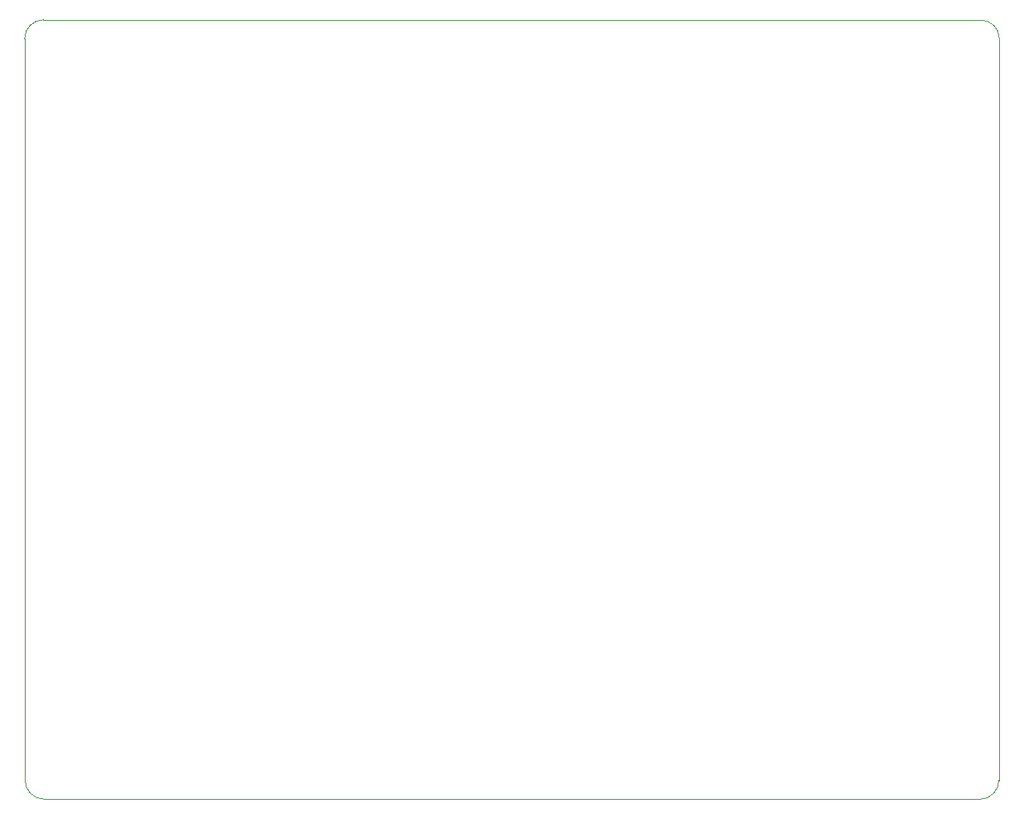
<source format=gbr>
%TF.GenerationSoftware,KiCad,Pcbnew,7.0.8*%
%TF.CreationDate,2024-11-01T20:43:23+00:00*%
%TF.ProjectId,polygonus-Shortage-Version,706f6c79-676f-46e7-9573-2d53686f7274,rev?*%
%TF.SameCoordinates,Original*%
%TF.FileFunction,Profile,NP*%
%FSLAX46Y46*%
G04 Gerber Fmt 4.6, Leading zero omitted, Abs format (unit mm)*
G04 Created by KiCad (PCBNEW 7.0.8) date 2024-11-01 20:43:23*
%MOMM*%
%LPD*%
G01*
G04 APERTURE LIST*
%TA.AperFunction,Profile*%
%ADD10C,0.050000*%
%TD*%
G04 APERTURE END LIST*
D10*
X56983085Y-57419899D02*
X57035818Y-135845476D01*
X58983085Y-55419885D02*
G75*
G03*
X56983085Y-57419899I15J-2000015D01*
G01*
X157991693Y-55434934D02*
X58983085Y-55419899D01*
X59035818Y-137845476D02*
X157927988Y-137856093D01*
X157927988Y-137856088D02*
G75*
G03*
X159927988Y-135856093I12J1999988D01*
G01*
X159927988Y-135856093D02*
X159991693Y-57434934D01*
X57035824Y-135845476D02*
G75*
G03*
X59035818Y-137845476I1999976J-24D01*
G01*
X159991666Y-57434934D02*
G75*
G03*
X157991693Y-55434934I-1999966J34D01*
G01*
M02*

</source>
